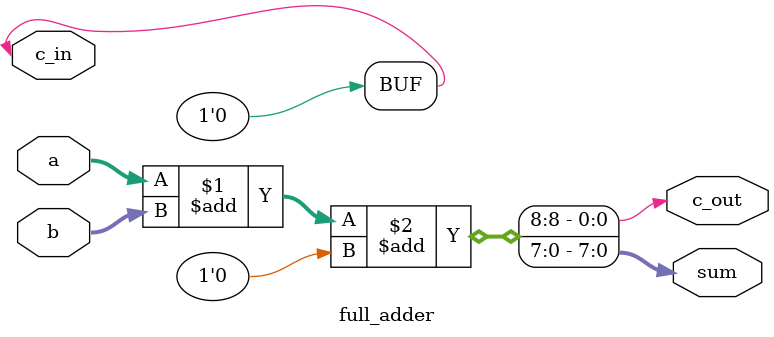
<source format=v>
module full_adder(a, b, c_in, sum, c_out);
    // Ñ§Ï° parameter µÄÉêÃ÷¼°Ê¹ÓÃ
    parameter WIDTH = 8;
    input [WIDTH-1:0] a, b;
    input c_in;
    output [WIDTH-1:0] sum;
    output c_out;
    
    assign c_in=0;
    assign { c_out, sum } = a + b + c_in;
endmodule

</source>
